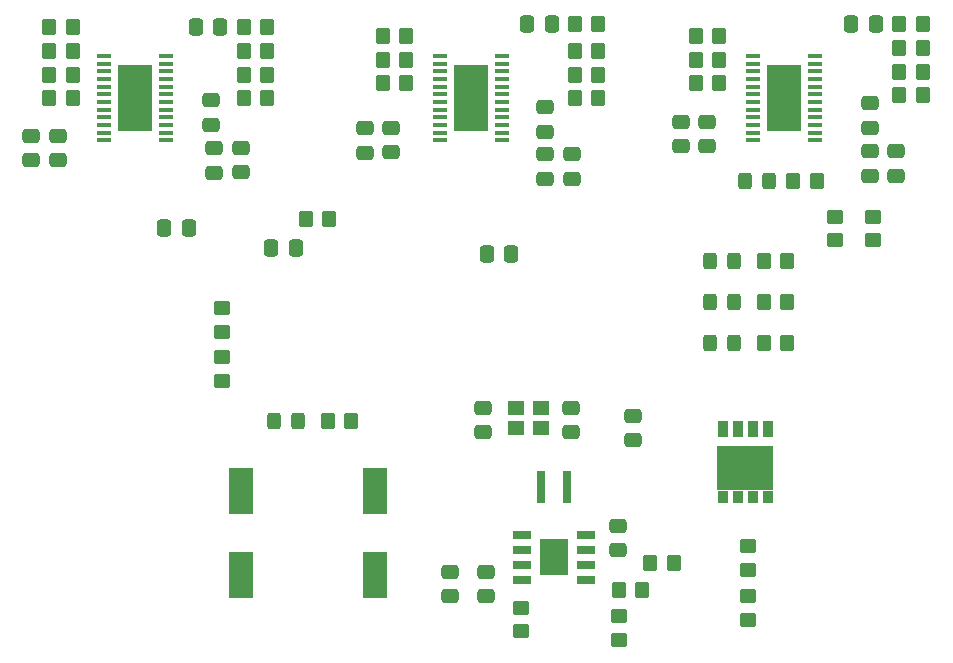
<source format=gbr>
%TF.GenerationSoftware,KiCad,Pcbnew,7.0.10*%
%TF.CreationDate,2024-02-07T01:22:45-06:00*%
%TF.ProjectId,Resistor Bank Control Board,52657369-7374-46f7-9220-42616e6b2043,rev?*%
%TF.SameCoordinates,Original*%
%TF.FileFunction,Paste,Top*%
%TF.FilePolarity,Positive*%
%FSLAX46Y46*%
G04 Gerber Fmt 4.6, Leading zero omitted, Abs format (unit mm)*
G04 Created by KiCad (PCBNEW 7.0.10) date 2024-02-07 01:22:45*
%MOMM*%
%LPD*%
G01*
G04 APERTURE LIST*
G04 Aperture macros list*
%AMRoundRect*
0 Rectangle with rounded corners*
0 $1 Rounding radius*
0 $2 $3 $4 $5 $6 $7 $8 $9 X,Y pos of 4 corners*
0 Add a 4 corners polygon primitive as box body*
4,1,4,$2,$3,$4,$5,$6,$7,$8,$9,$2,$3,0*
0 Add four circle primitives for the rounded corners*
1,1,$1+$1,$2,$3*
1,1,$1+$1,$4,$5*
1,1,$1+$1,$6,$7*
1,1,$1+$1,$8,$9*
0 Add four rect primitives between the rounded corners*
20,1,$1+$1,$2,$3,$4,$5,0*
20,1,$1+$1,$4,$5,$6,$7,0*
20,1,$1+$1,$6,$7,$8,$9,0*
20,1,$1+$1,$8,$9,$2,$3,0*%
G04 Aperture macros list end*
%ADD10RoundRect,0.250000X-0.337500X-0.475000X0.337500X-0.475000X0.337500X0.475000X-0.337500X0.475000X0*%
%ADD11RoundRect,0.250000X-0.475000X0.337500X-0.475000X-0.337500X0.475000X-0.337500X0.475000X0.337500X0*%
%ADD12RoundRect,0.250000X-0.350000X-0.450000X0.350000X-0.450000X0.350000X0.450000X-0.350000X0.450000X0*%
%ADD13R,2.000000X4.000000*%
%ADD14RoundRect,0.250000X-0.450000X0.350000X-0.450000X-0.350000X0.450000X-0.350000X0.450000X0.350000X0*%
%ADD15RoundRect,0.250000X0.337500X0.475000X-0.337500X0.475000X-0.337500X-0.475000X0.337500X-0.475000X0*%
%ADD16RoundRect,0.250000X-0.325000X-0.450000X0.325000X-0.450000X0.325000X0.450000X-0.325000X0.450000X0*%
%ADD17R,0.800000X2.700000*%
%ADD18RoundRect,0.250000X0.475000X-0.337500X0.475000X0.337500X-0.475000X0.337500X-0.475000X-0.337500X0*%
%ADD19R,1.400000X1.200000*%
%ADD20RoundRect,0.250000X0.350000X0.450000X-0.350000X0.450000X-0.350000X-0.450000X0.350000X-0.450000X0*%
%ADD21R,1.150000X0.400000*%
%ADD22R,2.840000X5.630000*%
%ADD23R,1.525000X0.650000*%
%ADD24R,2.400000X3.100000*%
%ADD25R,0.850000X1.450000*%
%ADD26R,0.850000X1.050000*%
%ADD27R,4.700000X3.750000*%
%ADD28RoundRect,0.250000X0.450000X-0.350000X0.450000X0.350000X-0.450000X0.350000X-0.450000X-0.350000X0*%
G04 APERTURE END LIST*
D10*
%TO.C,C11*%
X97000000Y-105250000D03*
X99075000Y-105250000D03*
%TD*%
%TO.C,C8*%
X106085000Y-106938000D03*
X108160000Y-106938000D03*
%TD*%
D11*
%TO.C,C19*%
X116250000Y-96750000D03*
X116250000Y-98825000D03*
%TD*%
%TO.C,C3*%
X124230000Y-134342500D03*
X124230000Y-136417500D03*
%TD*%
D12*
%TO.C,R29*%
X131750000Y-94250000D03*
X133750000Y-94250000D03*
%TD*%
D13*
%TO.C,C6*%
X114830000Y-127540000D03*
X114830000Y-134640000D03*
%TD*%
D11*
%TO.C,C12*%
X123960000Y-120450000D03*
X123960000Y-122525000D03*
%TD*%
D12*
%TO.C,R33*%
X150250000Y-101250000D03*
X152250000Y-101250000D03*
%TD*%
D11*
%TO.C,C14*%
X101250000Y-98500000D03*
X101250000Y-100575000D03*
%TD*%
D13*
%TO.C,C7*%
X103480000Y-127540000D03*
X103480000Y-134640000D03*
%TD*%
D14*
%TO.C,R1*%
X127230000Y-137380000D03*
X127230000Y-139380000D03*
%TD*%
D15*
%TO.C,C23*%
X129825000Y-88000000D03*
X127750000Y-88000000D03*
%TD*%
D11*
%TO.C,C27*%
X156750000Y-94675000D03*
X156750000Y-96750000D03*
%TD*%
D12*
%TO.C,R19*%
X103750000Y-90250000D03*
X105750000Y-90250000D03*
%TD*%
D10*
%TO.C,C9*%
X124335000Y-107438000D03*
X126410000Y-107438000D03*
%TD*%
D11*
%TO.C,C22*%
X131500000Y-99000000D03*
X131500000Y-101075000D03*
%TD*%
%TO.C,C13*%
X131460000Y-120450000D03*
X131460000Y-122525000D03*
%TD*%
D14*
%TO.C,R3*%
X146400000Y-136420000D03*
X146400000Y-138420000D03*
%TD*%
D11*
%TO.C,C1*%
X88000000Y-97425000D03*
X88000000Y-99500000D03*
%TD*%
%TO.C,C21*%
X129250000Y-95000000D03*
X129250000Y-97075000D03*
%TD*%
D16*
%TO.C,D1*%
X106290000Y-121590000D03*
X108340000Y-121590000D03*
%TD*%
D11*
%TO.C,C18*%
X114000000Y-96787500D03*
X114000000Y-98862500D03*
%TD*%
D12*
%TO.C,R30*%
X131750000Y-88000000D03*
X133750000Y-88000000D03*
%TD*%
%TO.C,R35*%
X159250000Y-90000000D03*
X161250000Y-90000000D03*
%TD*%
%TO.C,R38*%
X159250000Y-88000000D03*
X161250000Y-88000000D03*
%TD*%
D11*
%TO.C,C15*%
X101000000Y-94425000D03*
X101000000Y-96500000D03*
%TD*%
D14*
%TO.C,R2*%
X146400000Y-132170000D03*
X146400000Y-134170000D03*
%TD*%
D12*
%TO.C,R23*%
X115500000Y-89000000D03*
X117500000Y-89000000D03*
%TD*%
%TO.C,R11*%
X147750000Y-111500000D03*
X149750000Y-111500000D03*
%TD*%
%TO.C,R20*%
X103750000Y-92250000D03*
X105750000Y-92250000D03*
%TD*%
D17*
%TO.C,L1*%
X131080000Y-127130000D03*
X128880000Y-127130000D03*
%TD*%
D14*
%TO.C,R14*%
X153790000Y-104270000D03*
X153790000Y-106270000D03*
%TD*%
D18*
%TO.C,C10*%
X136660000Y-123188000D03*
X136660000Y-121113000D03*
%TD*%
D12*
%TO.C,R4*%
X138150000Y-133590000D03*
X140150000Y-133590000D03*
%TD*%
D11*
%TO.C,C28*%
X159000000Y-98750000D03*
X159000000Y-100825000D03*
%TD*%
D12*
%TO.C,R12*%
X147750000Y-108000000D03*
X149750000Y-108000000D03*
%TD*%
%TO.C,R32*%
X142000000Y-91000000D03*
X144000000Y-91000000D03*
%TD*%
%TO.C,R37*%
X159250000Y-94000000D03*
X161250000Y-94000000D03*
%TD*%
%TO.C,R21*%
X103750000Y-94250000D03*
X105750000Y-94250000D03*
%TD*%
D19*
%TO.C,Y1*%
X128950000Y-120471250D03*
X126750000Y-120471250D03*
X126750000Y-122171250D03*
X128950000Y-122171250D03*
%TD*%
D15*
%TO.C,C17*%
X101750000Y-88250000D03*
X99675000Y-88250000D03*
%TD*%
D12*
%TO.C,R16*%
X87250000Y-90250000D03*
X89250000Y-90250000D03*
%TD*%
D15*
%TO.C,C29*%
X157250000Y-88000000D03*
X155175000Y-88000000D03*
%TD*%
D12*
%TO.C,R26*%
X142000000Y-93000000D03*
X144000000Y-93000000D03*
%TD*%
D14*
%TO.C,R13*%
X157040000Y-104270000D03*
X157040000Y-106270000D03*
%TD*%
D20*
%TO.C,R5*%
X137480000Y-135880000D03*
X135480000Y-135880000D03*
%TD*%
D12*
%TO.C,R28*%
X131750000Y-92250000D03*
X133750000Y-92250000D03*
%TD*%
D20*
%TO.C,R34*%
X111000000Y-104500000D03*
X109000000Y-104500000D03*
%TD*%
D11*
%TO.C,C20*%
X129250000Y-99000000D03*
X129250000Y-101075000D03*
%TD*%
D12*
%TO.C,R24*%
X115500000Y-91000000D03*
X117500000Y-91000000D03*
%TD*%
%TO.C,R31*%
X142000000Y-89000000D03*
X144000000Y-89000000D03*
%TD*%
D21*
%TO.C,U2*%
X120375000Y-90675000D03*
X120375000Y-91325000D03*
X120375000Y-91975000D03*
X120375000Y-92625000D03*
X120375000Y-93275000D03*
X120375000Y-93925000D03*
X120375000Y-94575000D03*
X120375000Y-95225000D03*
X120375000Y-95875000D03*
X120375000Y-96525000D03*
X120375000Y-97175000D03*
X120375000Y-97825000D03*
X125625000Y-97825000D03*
X125625000Y-97175000D03*
X125625000Y-96525000D03*
X125625000Y-95875000D03*
X125625000Y-95225000D03*
X125625000Y-94575000D03*
X125625000Y-93925000D03*
X125625000Y-93275000D03*
X125625000Y-92625000D03*
X125625000Y-91975000D03*
X125625000Y-91325000D03*
X125625000Y-90675000D03*
D22*
X123000000Y-94250000D03*
%TD*%
D11*
%TO.C,C16*%
X103500000Y-98462500D03*
X103500000Y-100537500D03*
%TD*%
D23*
%TO.C,IC23*%
X127268000Y-131225000D03*
X127268000Y-132495000D03*
X127268000Y-133765000D03*
X127268000Y-135035000D03*
X132692000Y-135035000D03*
X132692000Y-133765000D03*
X132692000Y-132495000D03*
X132692000Y-131225000D03*
D24*
X129980000Y-133130000D03*
%TD*%
D12*
%TO.C,R18*%
X87250000Y-94250000D03*
X89250000Y-94250000D03*
%TD*%
%TO.C,R27*%
X131750000Y-90250000D03*
X133750000Y-90250000D03*
%TD*%
D14*
%TO.C,R6*%
X135480000Y-138130000D03*
X135480000Y-140130000D03*
%TD*%
D12*
%TO.C,R25*%
X115500000Y-93000000D03*
X117500000Y-93000000D03*
%TD*%
D11*
%TO.C,C2*%
X85750000Y-97425000D03*
X85750000Y-99500000D03*
%TD*%
%TO.C,C25*%
X140740000Y-96250000D03*
X140740000Y-98325000D03*
%TD*%
%TO.C,C5*%
X135390000Y-130462500D03*
X135390000Y-132537500D03*
%TD*%
D25*
%TO.C,Q21*%
X148104600Y-122271750D03*
X146834600Y-122271750D03*
X145564600Y-122271750D03*
X144294600Y-122271750D03*
D26*
X144294600Y-127971750D03*
X145564600Y-127971750D03*
X146834600Y-127971750D03*
X148104600Y-127971750D03*
D27*
X146199600Y-125571750D03*
%TD*%
D11*
%TO.C,C4*%
X121220000Y-134342500D03*
X121220000Y-136417500D03*
%TD*%
D21*
%TO.C,U3*%
X146875000Y-90675000D03*
X146875000Y-91325000D03*
X146875000Y-91975000D03*
X146875000Y-92625000D03*
X146875000Y-93275000D03*
X146875000Y-93925000D03*
X146875000Y-94575000D03*
X146875000Y-95225000D03*
X146875000Y-95875000D03*
X146875000Y-96525000D03*
X146875000Y-97175000D03*
X146875000Y-97825000D03*
X152125000Y-97825000D03*
X152125000Y-97175000D03*
X152125000Y-96525000D03*
X152125000Y-95875000D03*
X152125000Y-95225000D03*
X152125000Y-94575000D03*
X152125000Y-93925000D03*
X152125000Y-93275000D03*
X152125000Y-92625000D03*
X152125000Y-91975000D03*
X152125000Y-91325000D03*
X152125000Y-90675000D03*
D22*
X149500000Y-94250000D03*
%TD*%
D11*
%TO.C,C26*%
X156750000Y-98750000D03*
X156750000Y-100825000D03*
%TD*%
D16*
%TO.C,D5*%
X146200000Y-101250000D03*
X148250000Y-101250000D03*
%TD*%
D12*
%TO.C,R15*%
X87250000Y-88250000D03*
X89250000Y-88250000D03*
%TD*%
%TO.C,R36*%
X159250000Y-92000000D03*
X161250000Y-92000000D03*
%TD*%
D16*
%TO.C,D4*%
X143225000Y-108000000D03*
X145275000Y-108000000D03*
%TD*%
D12*
%TO.C,R9*%
X110840000Y-121590000D03*
X112840000Y-121590000D03*
%TD*%
D21*
%TO.C,U1*%
X91875000Y-90675000D03*
X91875000Y-91325000D03*
X91875000Y-91975000D03*
X91875000Y-92625000D03*
X91875000Y-93275000D03*
X91875000Y-93925000D03*
X91875000Y-94575000D03*
X91875000Y-95225000D03*
X91875000Y-95875000D03*
X91875000Y-96525000D03*
X91875000Y-97175000D03*
X91875000Y-97825000D03*
X97125000Y-97825000D03*
X97125000Y-97175000D03*
X97125000Y-96525000D03*
X97125000Y-95875000D03*
X97125000Y-95225000D03*
X97125000Y-94575000D03*
X97125000Y-93925000D03*
X97125000Y-93275000D03*
X97125000Y-92625000D03*
X97125000Y-91975000D03*
X97125000Y-91325000D03*
X97125000Y-90675000D03*
D22*
X94500000Y-94250000D03*
%TD*%
D16*
%TO.C,D2*%
X143225000Y-115000000D03*
X145275000Y-115000000D03*
%TD*%
D12*
%TO.C,R10*%
X147750000Y-115000000D03*
X149750000Y-115000000D03*
%TD*%
D16*
%TO.C,D3*%
X143200000Y-111500000D03*
X145250000Y-111500000D03*
%TD*%
D28*
%TO.C,R8*%
X101910000Y-118188000D03*
X101910000Y-116188000D03*
%TD*%
D14*
%TO.C,R7*%
X101910000Y-112040000D03*
X101910000Y-114040000D03*
%TD*%
D12*
%TO.C,R22*%
X103750000Y-88250000D03*
X105750000Y-88250000D03*
%TD*%
%TO.C,R17*%
X87250000Y-92250000D03*
X89250000Y-92250000D03*
%TD*%
D11*
%TO.C,C24*%
X143000000Y-96250000D03*
X143000000Y-98325000D03*
%TD*%
M02*

</source>
